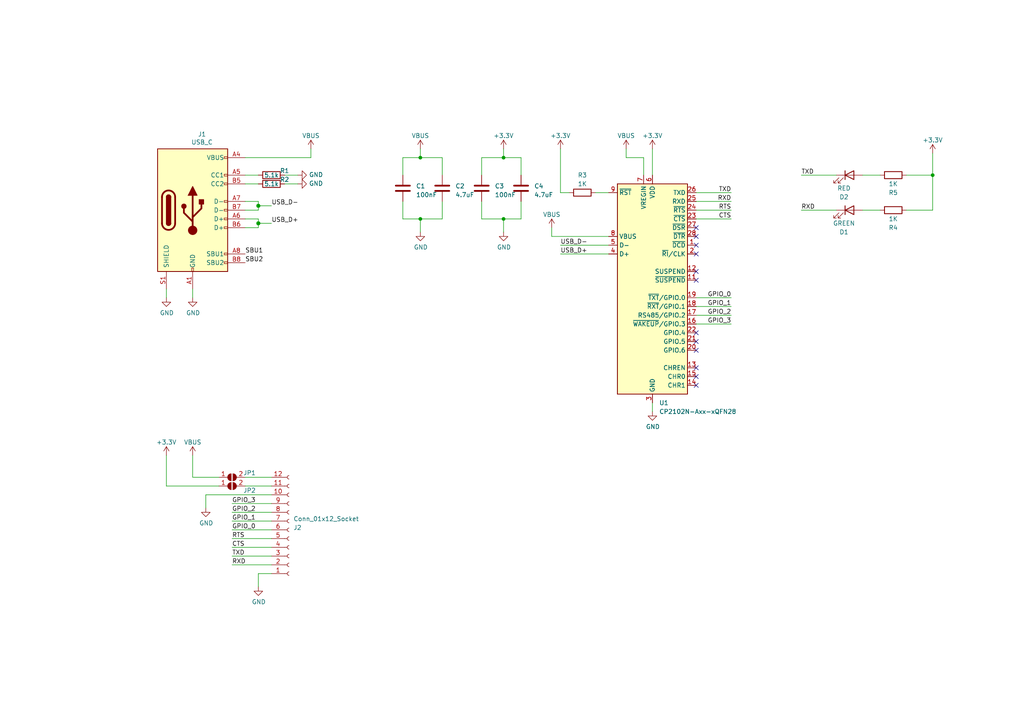
<source format=kicad_sch>
(kicad_sch (version 20230121) (generator eeschema)
  (paper "A4")
  (title_block (title "USB-C to UART-TTL adapter") (date "2023-03-05") (rev "1.0") (company "HXR.DK") (comment 1 "CC-BY-SA"))
  (lib_symbols
    (symbol "Connector:Conn_01x12_Socket" (pin_names (offset 1.016) hide)
      (property "Reference" "J" (at 0 15.24 0))
      (property "Value" "Conn_01x12_Socket" (at 0 -17.78 0))
      (symbol "Conn_01x12_Socket_1_1"
        (arc (start 0 -14.732) (mid -0.5058 -15.24) (end 0 -15.748) (stroke (width 0.1524)))
        (arc (start 0 -12.192) (mid -0.5058 -12.7) (end 0 -13.208) (stroke (width 0.1524)))
        (arc (start 0 -9.652) (mid -0.5058 -10.16) (end 0 -10.668) (stroke (width 0.1524)))
        (arc (start 0 -7.112) (mid -0.5058 -7.62) (end 0 -8.128) (stroke (width 0.1524)))
        (arc (start 0 -4.572) (mid -0.5058 -5.08) (end 0 -5.588) (stroke (width 0.1524)))
        (arc (start 0 -2.032) (mid -0.5058 -2.54) (end 0 -3.048) (stroke (width 0.1524)))
        (polyline (pts (xy -1.27 -15.24) (xy -0.508 -15.24)) (stroke (width 0.1524)))
        (polyline (pts (xy -1.27 -12.7) (xy -0.508 -12.7)) (stroke (width 0.1524)))
        (polyline (pts (xy -1.27 -10.16) (xy -0.508 -10.16)) (stroke (width 0.1524)))
        (polyline (pts (xy -1.27 -7.62) (xy -0.508 -7.62)) (stroke (width 0.1524)))
        (polyline (pts (xy -1.27 -5.08) (xy -0.508 -5.08)) (stroke (width 0.1524)))
        (polyline (pts (xy -1.27 -2.54) (xy -0.508 -2.54)) (stroke (width 0.1524)))
        (polyline (pts (xy -1.27 0) (xy -0.508 0)) (stroke (width 0.1524)))
        (polyline (pts (xy -1.27 2.54) (xy -0.508 2.54)) (stroke (width 0.1524)))
        (polyline (pts (xy -1.27 5.08) (xy -0.508 5.08)) (stroke (width 0.1524)))
        (polyline (pts (xy -1.27 7.62) (xy -0.508 7.62)) (stroke (width 0.1524)))
        (polyline (pts (xy -1.27 10.16) (xy -0.508 10.16)) (stroke (width 0.1524)))
        (polyline (pts (xy -1.27 12.7) (xy -0.508 12.7)) (stroke (width 0.1524)))
        (arc (start 0 0.508) (mid -0.5058 0) (end 0 -0.508) (stroke (width 0.1524)))
        (arc (start 0 3.048) (mid -0.5058 2.54) (end 0 2.032) (stroke (width 0.1524)))
        (arc (start 0 5.588) (mid -0.5058 5.08) (end 0 4.572) (stroke (width 0.1524)))
        (arc (start 0 8.128) (mid -0.5058 7.62) (end 0 7.112) (stroke (width 0.1524)))
        (arc (start 0 10.668) (mid -0.5058 10.16) (end 0 9.652) (stroke (width 0.1524)))
        (arc (start 0 13.208) (mid -0.5058 12.7) (end 0 12.192) (stroke (width 0.1524)))
        (pin passive line (at -5.08 12.7 0) (length 3.81) (name "Pin_1") (number "1"))
        (pin passive line (at -5.08 -10.16 0) (length 3.81) (name "Pin_10") (number "10"))
        (pin passive line (at -5.08 -12.7 0) (length 3.81) (name "Pin_11") (number "11"))
        (pin passive line (at -5.08 -15.24 0) (length 3.81) (name "Pin_12") (number "12"))
        (pin passive line (at -5.08 10.16 0) (length 3.81) (name "Pin_2") (number "2"))
        (pin passive line (at -5.08 7.62 0) (length 3.81) (name "Pin_3") (number "3"))
        (pin passive line (at -5.08 5.08 0) (length 3.81) (name "Pin_4") (number "4"))
        (pin passive line (at -5.08 2.54 0) (length 3.81) (name "Pin_5") (number "5"))
        (pin passive line (at -5.08 0 0) (length 3.81) (name "Pin_6") (number "6"))
        (pin passive line (at -5.08 -2.54 0) (length 3.81) (name "Pin_7") (number "7"))
        (pin passive line (at -5.08 -5.08 0) (length 3.81) (name "Pin_8") (number "8"))
        (pin passive line (at -5.08 -7.62 0) (length 3.81) (name "Pin_9") (number "9"))
      )
    )
    (symbol "Device:C" (pin_numbers hide) (pin_names (offset 0.254))
      (property "Reference" "C" (at 0.635 2.54 0))
      (property "Value" "C" (at 0.635 -2.54 0))
      (symbol "C_0_1"
        (polyline (pts (xy -2.032 -0.762) (xy 2.032 -0.762)) (stroke (width 0.508)))
        (polyline (pts (xy -2.032 0.762) (xy 2.032 0.762)) (stroke (width 0.508)))
      )
      (symbol "C_1_1"
        (pin passive line (at 0 3.81 270) (length 2.794) (name "~") (number "1"))
        (pin passive line (at 0 -3.81 90) (length 2.794) (name "~") (number "2"))
      )
    )
    (symbol "Device:LED" (pin_numbers hide) (pin_names (offset 1.016) hide)
      (property "Reference" "D" (at 0 2.54 0))
      (property "Value" "LED" (at 0 -2.54 0))
      (symbol "LED_0_1"
        (polyline (pts (xy -1.27 -1.27) (xy -1.27 1.27)) (stroke (width 0.254)))
        (polyline (pts (xy -1.27 0) (xy 1.27 0)))
        (polyline (pts (xy 1.27 -1.27) (xy 1.27 1.27) (xy -1.27 0) (xy 1.27 -1.27)) (stroke (width 0.254)))
        (polyline (pts (xy -3.048 -0.762) (xy -4.572 -2.286) (xy -3.81 -2.286) (xy -4.572 -2.286) (xy -4.572 -1.524)))
        (polyline (pts (xy -1.778 -0.762) (xy -3.302 -2.286) (xy -2.54 -2.286) (xy -3.302 -2.286) (xy -3.302 -1.524)))
      )
      (symbol "LED_1_1"
        (pin passive line (at -3.81 0 0) (length 2.54) (name "K") (number "1"))
        (pin passive line (at 3.81 0 180) (length 2.54) (name "A") (number "2"))
      )
    )
    (symbol "Device:R" (pin_numbers hide) (pin_names (offset 0))
      (property "Reference" "R" (at 2.032 0 90))
      (property "Value" "R" (at 0 0 90))
      (symbol "R_0_1"
        (rectangle (start -1.016 -2.54) (end 1.016 2.54) (stroke (width 0.254)))
      )
      (symbol "R_1_1"
        (pin passive line (at 0 3.81 270) (length 1.27) (name "~") (number "1"))
        (pin passive line (at 0 -3.81 90) (length 1.27) (name "~") (number "2"))
      )
    )
    (symbol "Interface_USB:CP2102N-Axx-xQFN28"
      (property "Reference" "U" (at -8.89 31.75 0))
      (property "Value" "CP2102N-Axx-xQFN28" (at 12.7 31.75 0))
      (symbol "CP2102N-Axx-xQFN28_0_1"
        (rectangle (start -10.16 30.48) (end 10.16 -30.48) (stroke (width 0.254)) (fill (type background)))
      )
      (symbol "CP2102N-Axx-xQFN28_1_1"
        (pin input line (at 12.7 12.7 180) (length 2.54) (name "~{DCD}") (number "1"))
        (pin no_connect line (at -10.16 -27.94 0) (length 2.54) hide (name "NC") (number "10"))
        (pin output line (at 12.7 2.54 180) (length 2.54) (name "~{SUSPEND}") (number "11"))
        (pin output line (at 12.7 5.08 180) (length 2.54) (name "SUSPEND") (number "12"))
        (pin output line (at 12.7 -22.86 180) (length 2.54) (name "CHREN") (number "13"))
        (pin output line (at 12.7 -27.94 180) (length 2.54) (name "CHR1") (number "14"))
        (pin output line (at 12.7 -25.4 180) (length 2.54) (name "CHR0") (number "15"))
        (pin bidirectional line (at 12.7 -10.16 180) (length 2.54) (name "~{WAKEUP}/GPIO.3") (number "16"))
        (pin bidirectional line (at 12.7 -7.62 180) (length 2.54) (name "RS485/GPIO.2") (number "17"))
        (pin bidirectional line (at 12.7 -5.08 180) (length 2.54) (name "~{RXT}/GPIO.1") (number "18"))
        (pin bidirectional line (at 12.7 -2.54 180) (length 2.54) (name "~{TXT}/GPIO.0") (number "19"))
        (pin bidirectional line (at 12.7 10.16 180) (length 2.54) (name "~{RI}/CLK") (number "2"))
        (pin bidirectional line (at 12.7 -17.78 180) (length 2.54) (name "GPIO.6") (number "20"))
        (pin bidirectional line (at 12.7 -15.24 180) (length 2.54) (name "GPIO.5") (number "21"))
        (pin bidirectional line (at 12.7 -12.7 180) (length 2.54) (name "GPIO.4") (number "22"))
        (pin input line (at 12.7 20.32 180) (length 2.54) (name "~{CTS}") (number "23"))
        (pin output line (at 12.7 22.86 180) (length 2.54) (name "~{RTS}") (number "24"))
        (pin input line (at 12.7 25.4 180) (length 2.54) (name "RXD") (number "25"))
        (pin output line (at 12.7 27.94 180) (length 2.54) (name "TXD") (number "26"))
        (pin input line (at 12.7 17.78 180) (length 2.54) (name "~{DSR}") (number "27"))
        (pin output line (at 12.7 15.24 180) (length 2.54) (name "~{DTR}") (number "28"))
        (pin passive line (at 0 -33.02 90) (length 2.54) hide (name "GND") (number "29"))
        (pin power_in line (at 0 -33.02 90) (length 2.54) (name "GND") (number "3"))
        (pin bidirectional line (at -12.7 10.16 0) (length 2.54) (name "D+") (number "4"))
        (pin bidirectional line (at -12.7 12.7 0) (length 2.54) (name "D-") (number "5"))
        (pin power_in line (at 0 33.02 270) (length 2.54) (name "VDD") (number "6"))
        (pin power_in line (at -2.54 33.02 270) (length 2.54) (name "VREGIN") (number "7"))
        (pin input line (at -12.7 15.24 0) (length 2.54) (name "VBUS") (number "8"))
        (pin input line (at -12.7 27.94 0) (length 2.54) (name "~{RST}") (number "9"))
      )
    )
    (symbol "Jumper:SolderJumper_2_Open" (pin_names (offset 0) hide)
      (property "Reference" "JP" (at 0 2.032 0))
      (property "Value" "SolderJumper_2_Open" (at 0 -2.54 0))
      (symbol "SolderJumper_2_Open_0_1"
        (arc (start -0.254 1.016) (mid -1.2656 0) (end -0.254 -1.016))
        (arc (start -0.254 1.016) (mid -1.2656 0) (end -0.254 -1.016) (fill (type outline)))
        (polyline (pts (xy -0.254 1.016) (xy -0.254 -1.016)))
        (polyline (pts (xy 0.254 1.016) (xy 0.254 -1.016)))
        (arc (start 0.254 -1.016) (mid 1.2656 0) (end 0.254 1.016))
        (arc (start 0.254 -1.016) (mid 1.2656 0) (end 0.254 1.016) (fill (type outline)))
      )
      (symbol "SolderJumper_2_Open_1_1"
        (pin passive line (at -3.81 0 0) (length 2.54) (name "A") (number "1"))
        (pin passive line (at 3.81 0 180) (length 2.54) (name "B") (number "2"))
      )
    )
    (symbol "charliedistance-rescue:R-device" (pin_numbers hide) (pin_names (offset 0))
      (property "Reference" "R" (at 2.032 0 90))
      (property "Value" "R-device" (at 0 0 90))
      (symbol "R-device_0_1"
        (rectangle (start -1.016 -2.54) (end 1.016 2.54) (stroke (width 0.254)))
      )
      (symbol "R-device_1_1"
        (pin passive line (at 0 3.81 270) (length 1.27) (name "~") (number "1"))
        (pin passive line (at 0 -3.81 90) (length 1.27) (name "~") (number "2"))
      )
    )
    (symbol "charliedistance-rescue:USB_C_Receptacle_USB2.0-Connector" (pin_names (offset 1.016))
      (property "Reference" "J" (at -10.16 19.05 0))
      (property "Value" "USB_C_Receptacle_USB2.0-Connector" (at 19.05 19.05 0))
      (symbol "USB_C_Receptacle_USB2.0-Connector_0_0"
        (rectangle (start -0.254 -17.78) (end 0.254 -16.764))
        (rectangle (start 10.16 -14.986) (end 9.144 -15.494))
        (rectangle (start 10.16 -12.446) (end 9.144 -12.954))
        (rectangle (start 10.16 -4.826) (end 9.144 -5.334))
        (rectangle (start 10.16 -2.286) (end 9.144 -2.794))
        (rectangle (start 10.16 0.254) (end 9.144 -0.254))
        (rectangle (start 10.16 2.794) (end 9.144 2.286))
        (rectangle (start 10.16 7.874) (end 9.144 7.366))
        (rectangle (start 10.16 10.414) (end 9.144 9.906))
        (rectangle (start 10.16 15.494) (end 9.144 14.986))
      )
      (symbol "USB_C_Receptacle_USB2.0-Connector_0_1"
        (rectangle (start -10.16 17.78) (end 10.16 -17.78) (stroke (width 0.254)) (fill (type background)))
        (arc (start -8.89 -3.81) (mid -6.985 -5.7067) (end -5.08 -3.81) (stroke (width 0.508)))
        (arc (start -7.62 -3.81) (mid -6.985 -4.4423) (end -6.35 -3.81) (stroke (width 0.254)))
        (arc (start -7.62 -3.81) (mid -6.985 -4.4423) (end -6.35 -3.81) (stroke (width 0.254)) (fill (type outline)))
        (rectangle (start -7.62 -3.81) (end -6.35 3.81) (stroke (width 0.254)) (fill (type outline)))
        (arc (start -6.35 3.81) (mid -6.985 4.4423) (end -7.62 3.81) (stroke (width 0.254)))
        (arc (start -6.35 3.81) (mid -6.985 4.4423) (end -7.62 3.81) (stroke (width 0.254)) (fill (type outline)))
        (arc (start -5.08 3.81) (mid -6.985 5.7067) (end -8.89 3.81) (stroke (width 0.508)))
        (circle (center -2.54 1.143) (radius 0.635) (stroke (width 0.254)) (fill (type outline)))
        (circle (center 0 -5.842) (radius 1.27) (fill (type outline)))
        (polyline (pts (xy -8.89 -3.81) (xy -8.89 3.81)) (stroke (width 0.508)))
        (polyline (pts (xy -5.08 3.81) (xy -5.08 -3.81)) (stroke (width 0.508)))
        (polyline (pts (xy 0 -5.842) (xy 0 4.318)) (stroke (width 0.508)))
        (polyline (pts (xy 0 -3.302) (xy -2.54 -0.762) (xy -2.54 0.508)) (stroke (width 0.508)))
        (polyline (pts (xy 0 -2.032) (xy 2.54 0.508) (xy 2.54 1.778)) (stroke (width 0.508)))
        (polyline (pts (xy -1.27 4.318) (xy 0 6.858) (xy 1.27 4.318) (xy -1.27 4.318)) (stroke (width 0.254)) (fill (type outline)))
        (rectangle (start 1.905 1.778) (end 3.175 3.048) (stroke (width 0.254)) (fill (type outline)))
      )
      (symbol "USB_C_Receptacle_USB2.0-Connector_1_1"
        (pin power_in line (at 0 -22.86 90) (length 5.08) (name "GND") (number "A1"))
        (pin passive line (at 0 -22.86 90) (length 5.08) hide (name "GND") (number "A12"))
        (pin power_in line (at 15.24 15.24 180) (length 5.08) (name "VBUS") (number "A4"))
        (pin bidirectional line (at 15.24 10.16 180) (length 5.08) (name "CC1") (number "A5"))
        (pin bidirectional line (at 15.24 -2.54 180) (length 5.08) (name "D+") (number "A6"))
        (pin bidirectional line (at 15.24 2.54 180) (length 5.08) (name "D-") (number "A7"))
        (pin bidirectional line (at 15.24 -12.7 180) (length 5.08) (name "SBU1") (number "A8"))
        (pin passive line (at 15.24 15.24 180) (length 5.08) hide (name "VBUS") (number "A9"))
        (pin passive line (at 0 -22.86 90) (length 5.08) hide (name "GND") (number "B1"))
        (pin passive line (at 0 -22.86 90) (length 5.08) hide (name "GND") (number "B12"))
        (pin passive line (at 15.24 15.24 180) (length 5.08) hide (name "VBUS") (number "B4"))
        (pin bidirectional line (at 15.24 7.62 180) (length 5.08) (name "CC2") (number "B5"))
        (pin bidirectional line (at 15.24 -5.08 180) (length 5.08) (name "D+") (number "B6"))
        (pin bidirectional line (at 15.24 0 180) (length 5.08) (name "D-") (number "B7"))
        (pin bidirectional line (at 15.24 -15.24 180) (length 5.08) (name "SBU2") (number "B8"))
        (pin passive line (at 15.24 15.24 180) (length 5.08) hide (name "VBUS") (number "B9"))
        (pin passive line (at -7.62 -22.86 90) (length 5.08) (name "SHIELD") (number "S1"))
      )
    )
    (symbol "power:+3.3V" (power) (pin_names (offset 0))
      (property "Value" "+3.3V" (at 0 3.556 0))
      (symbol "+3.3V_0_1"
        (polyline (pts (xy -0.762 1.27) (xy 0 2.54)))
        (polyline (pts (xy 0 0) (xy 0 2.54)))
        (polyline (pts (xy 0 2.54) (xy 0.762 1.27)))
      )
      (symbol "+3.3V_1_1"
        (pin power_in line (at 0 0 90) (length 0) hide (name "+3.3V") (number "1"))
      )
    )
    (symbol "power:GND" (power) (pin_names (offset 0))
      (property "Value" "GND" (at 0 -3.81 0))
      (symbol "GND_0_1"
        (polyline (pts (xy 0 0) (xy 0 -1.27) (xy 1.27 -1.27) (xy 0 -2.54) (xy -1.27 -1.27) (xy 0 -1.27)))
      )
      (symbol "GND_1_1"
        (pin power_in line (at 0 0 270) (length 0) hide (name "GND") (number "1"))
      )
    )
    (symbol "power:VBUS" (power) (pin_names (offset 0))
      (property "Value" "VBUS" (at 0 3.81 0))
      (symbol "VBUS_0_1"
        (polyline (pts (xy -0.762 1.27) (xy 0 2.54)))
        (polyline (pts (xy 0 0) (xy 0 2.54)))
        (polyline (pts (xy 0 2.54) (xy 0.762 1.27)))
      )
      (symbol "VBUS_1_1"
        (pin power_in line (at 0 0 90) (length 0) hide (name "VBUS") (number "1"))
      )
    )
  )
  (junction (at 74.93 64.77) (diameter 1.016))
  (junction (at 121.92 63.5))
  (junction (at 270.51 50.8))
  (junction (at 146.05 45.72))
  (junction (at 74.93 59.69) (diameter 1.016))
  (junction (at 121.92 45.72))
  (junction (at 146.05 63.5))
  (no_connect (at 201.93 111.76))
  (no_connect (at 201.93 109.22))
  (no_connect (at 201.93 78.74))
  (no_connect (at 201.93 101.6))
  (no_connect (at 201.93 106.68))
  (no_connect (at 201.93 71.12))
  (no_connect (at 201.93 81.28))
  (no_connect (at 201.93 68.58))
  (no_connect (at 201.93 96.52))
  (no_connect (at 201.93 99.06))
  (no_connect (at 201.93 66.04))
  (no_connect (at 201.93 73.66))
  (wire (pts (xy 189.23 116.84) (xy 189.23 119.38)))
  (wire (pts (xy 146.05 63.5) (xy 139.7 63.5)))
  (wire (pts (xy 139.7 63.5) (xy 139.7 58.42)))
  (wire (pts (xy 201.93 63.5) (xy 212.09 63.5)))
  (wire (pts (xy 255.27 60.96) (xy 250.19 60.96)))
  (wire (pts (xy 201.93 60.96) (xy 212.09 60.96)))
  (wire (pts (xy 151.13 45.72) (xy 151.13 50.8)))
  (wire (pts (xy 201.93 91.44) (xy 212.09 91.44)))
  (wire (pts (xy 48.26 83.82) (xy 48.26 86.36)))
  (wire (pts (xy 165.1 55.88) (xy 162.56 55.88)))
  (wire (pts (xy 90.17 45.72) (xy 90.17 43.18)))
  (wire (pts (xy 71.12 53.34) (xy 74.93 53.34)))
  (wire (pts (xy 201.93 55.88) (xy 212.09 55.88)))
  (wire (pts (xy 74.93 64.77) (xy 74.93 66.04)))
  (wire (pts (xy 121.92 63.5) (xy 121.92 67.31)))
  (wire (pts (xy 121.92 43.18) (xy 121.92 45.72)))
  (wire (pts (xy 63.5 138.43) (xy 55.88 138.43)))
  (wire (pts (xy 59.69 143.51) (xy 59.69 147.32)))
  (wire (pts (xy 139.7 45.72) (xy 146.05 45.72)))
  (wire (pts (xy 74.93 59.69) (xy 74.93 60.96)))
  (wire (pts (xy 71.12 140.97) (xy 78.74 140.97)))
  (wire (pts (xy 128.27 63.5) (xy 128.27 58.42)))
  (wire (pts (xy 160.02 66.04) (xy 160.02 68.58)))
  (wire (pts (xy 128.27 45.72) (xy 128.27 50.8)))
  (wire (pts (xy 71.12 63.5) (xy 74.93 63.5)))
  (wire (pts (xy 67.31 151.13) (xy 78.74 151.13)))
  (wire (pts (xy 181.61 43.18) (xy 181.61 45.72)))
  (wire (pts (xy 116.84 45.72) (xy 121.92 45.72)))
  (wire (pts (xy 63.5 140.97) (xy 48.26 140.97)))
  (wire (pts (xy 232.41 50.8) (xy 242.57 50.8)))
  (wire (pts (xy 160.02 68.58) (xy 176.53 68.58)))
  (wire (pts (xy 74.93 166.37) (xy 74.93 170.18)))
  (wire (pts (xy 55.88 132.08) (xy 55.88 138.43)))
  (wire (pts (xy 67.31 153.67) (xy 78.74 153.67)))
  (wire (pts (xy 48.26 132.08) (xy 48.26 140.97)))
  (wire (pts (xy 116.84 58.42) (xy 116.84 63.5)))
  (wire (pts (xy 71.12 58.42) (xy 74.93 58.42)))
  (wire (pts (xy 67.31 161.29) (xy 78.74 161.29)))
  (wire (pts (xy 74.93 58.42) (xy 74.93 59.69)))
  (wire (pts (xy 67.31 163.83) (xy 78.74 163.83)))
  (wire (pts (xy 189.23 43.18) (xy 189.23 50.8)))
  (wire (pts (xy 201.93 58.42) (xy 212.09 58.42)))
  (wire (pts (xy 86.36 53.34) (xy 82.55 53.34)))
  (wire (pts (xy 186.69 45.72) (xy 181.61 45.72)))
  (wire (pts (xy 74.93 66.04) (xy 71.12 66.04)))
  (wire (pts (xy 71.12 45.72) (xy 90.17 45.72)))
  (wire (pts (xy 232.41 60.96) (xy 242.57 60.96)))
  (wire (pts (xy 162.56 43.18) (xy 162.56 55.88)))
  (wire (pts (xy 67.31 148.59) (xy 78.74 148.59)))
  (wire (pts (xy 116.84 50.8) (xy 116.84 45.72)))
  (wire (pts (xy 151.13 58.42) (xy 151.13 63.5)))
  (wire (pts (xy 116.84 63.5) (xy 121.92 63.5)))
  (wire (pts (xy 74.93 60.96) (xy 71.12 60.96)))
  (wire (pts (xy 71.12 50.8) (xy 74.93 50.8)))
  (wire (pts (xy 121.92 45.72) (xy 128.27 45.72)))
  (wire (pts (xy 270.51 50.8) (xy 270.51 60.96)))
  (wire (pts (xy 201.93 93.98) (xy 212.09 93.98)))
  (wire (pts (xy 270.51 44.45) (xy 270.51 50.8)))
  (wire (pts (xy 186.69 50.8) (xy 186.69 45.72)))
  (wire (pts (xy 121.92 63.5) (xy 128.27 63.5)))
  (wire (pts (xy 201.93 88.9) (xy 212.09 88.9)))
  (wire (pts (xy 78.74 143.51) (xy 59.69 143.51)))
  (wire (pts (xy 146.05 43.18) (xy 146.05 45.72)))
  (wire (pts (xy 262.89 50.8) (xy 270.51 50.8)))
  (wire (pts (xy 67.31 156.21) (xy 78.74 156.21)))
  (wire (pts (xy 146.05 63.5) (xy 146.05 67.31)))
  (wire (pts (xy 139.7 50.8) (xy 139.7 45.72)))
  (wire (pts (xy 74.93 64.77) (xy 78.74 64.77)))
  (wire (pts (xy 146.05 45.72) (xy 151.13 45.72)))
  (wire (pts (xy 270.51 60.96) (xy 262.89 60.96)))
  (wire (pts (xy 55.88 83.82) (xy 55.88 86.36)))
  (wire (pts (xy 78.74 166.37) (xy 74.93 166.37)))
  (wire (pts (xy 255.27 50.8) (xy 250.19 50.8)))
  (wire (pts (xy 201.93 86.36) (xy 212.09 86.36)))
  (wire (pts (xy 67.31 158.75) (xy 78.74 158.75)))
  (wire (pts (xy 82.55 50.8) (xy 86.36 50.8)))
  (wire (pts (xy 67.31 146.05) (xy 78.74 146.05)))
  (wire (pts (xy 162.56 71.12) (xy 176.53 71.12)))
  (wire (pts (xy 71.12 138.43) (xy 78.74 138.43)))
  (wire (pts (xy 162.56 73.66) (xy 176.53 73.66)))
  (wire (pts (xy 151.13 63.5) (xy 146.05 63.5)))
  (wire (pts (xy 74.93 59.69) (xy 78.74 59.69)))
  (wire (pts (xy 74.93 63.5) (xy 74.93 64.77)))
  (wire (pts (xy 172.72 55.88) (xy 176.53 55.88)))
  (label "CTS" (at 67.31 158.75 0))
  (label "SBU2" (at 71.12 76.2 0))
  (label "RTS" (at 212.09 60.96 180))
  (label "CTS" (at 212.09 63.5 180))
  (label "USB_D-" (at 162.56 71.12 0))
  (label "TXD" (at 67.31 161.29 0))
  (label "GPIO_2" (at 67.31 148.59 0))
  (label "RXD" (at 67.31 163.83 0))
  (label "GPIO_0" (at 212.09 86.36 180))
  (label "USB_D-" (at 78.74 59.69 0))
  (label "USB_D+" (at 78.74 64.77 0))
  (label "TXD" (at 212.09 55.88 180))
  (label "GPIO_3" (at 67.31 146.05 0))
  (label "USB_D+" (at 162.56 73.66 0))
  (label "GPIO_0" (at 67.31 153.67 0))
  (label "GPIO_1" (at 67.31 151.13 0))
  (label "GPIO_1" (at 212.09 88.9 180))
  (label "SBU1" (at 71.12 73.66 0))
  (label "RTS" (at 67.31 156.21 0))
  (label "GPIO_2" (at 212.09 91.44 180))
  (label "TXD" (at 232.41 50.8 0))
  (label "GPIO_3" (at 212.09 93.98 180))
  (label "RXD" (at 232.41 60.96 0))
  (label "RXD" (at 212.09 58.42 180))
  (symbol (lib_id "power:+3.3V") (at 189.23 43.18 0) (unit 1)
    (property "Reference" "#PWR06" (effects hide))
    (property "Value" "+3.3V" (at 189.23 39.37 0))
  )
  (symbol (lib_id "Device:R") (at 259.08 60.96 270) (unit 1)
    (property "Reference" "R4" (at 259.08 66.04 90))
    (property "Value" "1K" (at 259.08 63.5 90))
    (property "Footprint" "Resistor_SMD:R_0603_1608Metric" (effects hide))
  )
  (symbol (lib_id "power:VBUS") (at 55.88 132.08 0) (unit 1)
    (property "Reference" "#PWR018" (effects hide))
    (property "Value" "VBUS" (at 55.88 128.27 0))
  )
  (symbol (lib_id "power:VBUS") (at 181.61 43.18 0) (unit 1)
    (property "Reference" "#PWR014" (effects hide))
    (property "Value" "VBUS" (at 181.61 39.37 0))
  )
  (symbol (lib_id "power:GND") (at 86.36 50.8 90) (unit 1)
    (property "Reference" "#PWR03" (effects hide))
    (property "Value" "GND" (at 89.6112 50.673 90) (effects (justify right)))
  )
  (symbol (lib_id "power:+3.3V") (at 162.56 43.18 0) (unit 1)
    (property "Reference" "#PWR013" (effects hide))
    (property "Value" "+3.3V" (at 162.56 39.37 0))
  )
  (symbol (lib_id "Interface_USB:CP2102N-Axx-xQFN28") (at 189.23 83.82 0) (unit 1)
    (property "Reference" "U1" (at 191.1859 116.84 0) (effects (justify left)))
    (property "Value" "CP2102N-Axx-xQFN28" (at 191.1859 119.38 0) (effects (justify left)))
    (property "Footprint" "Package_DFN_QFN:QFN-28-1EP_5x5mm_P0.5mm_EP3.35x3.35mm" (effects hide))
    (property "Datasheet" "https://www.silabs.com/documents/public/data-sheets/cp2102n-datasheet.pdf" (effects hide))
  )
  (symbol (lib_id "power:GND") (at 86.36 53.34 90) (unit 1)
    (property "Reference" "#PWR04" (effects hide))
    (property "Value" "GND" (at 89.6112 53.213 90) (effects (justify right)))
  )
  (symbol (lib_id "Device:R") (at 259.08 50.8 270) (unit 1)
    (property "Reference" "R5" (at 259.08 55.88 90))
    (property "Value" "1K" (at 259.08 53.34 90))
    (property "Footprint" "Resistor_SMD:R_0603_1608Metric" (effects hide))
  )
  (symbol (lib_id "power:+3.3V") (at 48.26 132.08 0) (unit 1)
    (property "Reference" "#PWR019" (effects hide))
    (property "Value" "+3.3V" (at 48.26 128.27 0))
  )
  (symbol (lib_id "Device:R") (at 168.91 55.88 90) (unit 1)
    (property "Reference" "R3" (at 168.91 50.8 90))
    (property "Value" "1K" (at 168.91 53.34 90))
    (property "Footprint" "Resistor_SMD:R_0603_1608Metric" (effects hide))
  )
  (symbol (lib_id "Device:LED") (at 246.38 60.96 0) (unit 1)
    (property "Reference" "D1" (at 244.7925 67.31 0))
    (property "Value" "GREEN" (at 244.7925 64.77 0))
    (property "Footprint" "LED_SMD:LED_0603_1608Metric" (effects hide))
  )
  (symbol (lib_id "power:+3.3V") (at 270.51 44.45 0) (unit 1)
    (property "Reference" "#PWR015" (effects hide))
    (property "Value" "+3.3V" (at 270.51 40.64 0))
  )
  (symbol (lib_id "power:GND") (at 74.93 170.18 0) (unit 1)
    (property "Reference" "#PWR016" (effects hide))
    (property "Value" "GND" (at 75.057 174.5742 0))
  )
  (symbol (lib_id "power:VBUS") (at 90.17 43.18 0) (unit 1)
    (property "Reference" "#PWR010" (effects hide))
    (property "Value" "VBUS" (at 90.17 39.37 0))
  )
  (symbol (lib_id "power:GND") (at 189.23 119.38 0) (unit 1)
    (property "Reference" "#PWR05" (effects hide))
    (property "Value" "GND" (at 189.357 123.7742 0))
  )
  (symbol (lib_id "power:+3.3V") (at 146.05 43.18 0) (unit 1)
    (property "Reference" "#PWR012" (effects hide))
    (property "Value" "+3.3V" (at 146.05 39.37 0))
  )
  (symbol (lib_id "power:GND") (at 121.92 67.31 0) (unit 1)
    (property "Reference" "#PWR07" (effects hide))
    (property "Value" "GND" (at 122.047 71.7042 0))
  )
  (symbol (lib_id "power:VBUS") (at 160.02 66.04 0) (unit 1)
    (property "Reference" "#PWR011" (effects hide))
    (property "Value" "VBUS" (at 160.02 62.23 0))
  )
  (symbol (lib_id "Device:C") (at 151.13 54.61 0) (unit 1)
    (property "Reference" "C4" (at 154.94 53.975 0) (effects (justify left)))
    (property "Value" "4.7uF" (at 154.94 56.515 0) (effects (justify left)))
    (property "Footprint" "Capacitor_SMD:C_0603_1608Metric" (effects hide))
  )
  (symbol (lib_id "Jumper:SolderJumper_2_Open") (at 67.31 138.43 0) (unit 1)
    (property "Reference" "JP1" (at 72.39 137.16 0))
    (property "Value" "SolderJumper_2_Open" (effects hide))
    (property "Footprint" "Jumper:SolderJumper-2_P1.3mm_Open_TrianglePad1.0x1.5mm" (effects hide))
  )
  (symbol (lib_id "charliedistance-rescue:R-device") (at 78.74 50.8 270) (unit 1)
    (property "Reference" "R1" (at 82.55 49.53 90))
    (property "Value" "5.1k" (at 78.74 50.8 90))
    (property "Footprint" "Resistor_SMD:R_0603_1608Metric" (effects hide))
  )
  (symbol (lib_id "power:VBUS") (at 121.92 43.18 0) (unit 1)
    (property "Reference" "#PWR09" (effects hide))
    (property "Value" "VBUS" (at 121.92 39.37 0))
  )
  (symbol (lib_id "power:GND") (at 48.26 86.36 0) (unit 1)
    (property "Reference" "#PWR01" (effects hide))
    (property "Value" "GND" (at 48.387 90.7542 0))
  )
  (symbol (lib_id "power:GND") (at 55.88 86.36 0) (unit 1)
    (property "Reference" "#PWR02" (effects hide))
    (property "Value" "GND" (at 56.007 90.7542 0))
  )
  (symbol (lib_id "Device:C") (at 128.27 54.61 0) (unit 1)
    (property "Reference" "C2" (at 132.08 53.975 0) (effects (justify left)))
    (property "Value" "4.7uF" (at 132.08 56.515 0) (effects (justify left)))
    (property "Footprint" "Capacitor_SMD:C_0603_1608Metric" (effects hide))
  )
  (symbol (lib_id "Connector:Conn_01x12_Socket") (at 83.82 153.67 0) (mirror x) (unit 1)
    (property "Reference" "J2" (at 85.09 153.035 0) (effects (justify left)))
    (property "Value" "Conn_01x12_Socket" (at 85.09 150.495 0) (effects (justify left)))
    (property "Footprint" "Connector_PinSocket_2.54mm:PinSocket_1x12_P2.54mm_Horizontal" (effects hide))
  )
  (symbol (lib_id "Device:C") (at 116.84 54.61 0) (unit 1)
    (property "Reference" "C1" (at 120.65 53.975 0) (effects (justify left)))
    (property "Value" "100nF" (at 120.65 56.515 0) (effects (justify left)))
    (property "Footprint" "Capacitor_SMD:C_0603_1608Metric" (effects hide))
  )
  (symbol (lib_id "charliedistance-rescue:USB_C_Receptacle_USB2.0-Connector") (at 55.88 60.96 0) (unit 1)
    (property "Reference" "J1" (at 58.5978 38.9382 0))
    (property "Value" "USB_C" (at 58.5978 41.2496 0))
    (property "Footprint" "Connector_USB:USB_C_Receptacle_XKB_U262-16XN-4BVC11" (effects hide))
    (property "Datasheet" "https://www.usb.org/sites/default/files/documents/usb_type-c.zip" (effects hide))
  )
  (symbol (lib_id "charliedistance-rescue:R-device") (at 78.74 53.34 270) (unit 1)
    (property "Reference" "R2" (at 82.55 52.07 90))
    (property "Value" "5.1k" (at 78.74 53.34 90))
    (property "Footprint" "Resistor_SMD:R_0603_1608Metric" (effects hide))
  )
  (symbol (lib_id "Device:C") (at 139.7 54.61 0) (unit 1)
    (property "Reference" "C3" (at 143.51 53.975 0) (effects (justify left)))
    (property "Value" "100nF" (at 143.51 56.515 0) (effects (justify left)))
    (property "Footprint" "Capacitor_SMD:C_0603_1608Metric" (effects hide))
  )
  (symbol (lib_id "power:GND") (at 146.05 67.31 0) (unit 1)
    (property "Reference" "#PWR08" (effects hide))
    (property "Value" "GND" (at 146.177 71.7042 0))
  )
  (symbol (lib_id "Jumper:SolderJumper_2_Open") (at 67.31 140.97 0) (unit 1)
    (property "Reference" "JP2" (at 72.39 142.24 0))
    (property "Value" "SolderJumper_2_Open" (effects hide))
    (property "Footprint" "Jumper:SolderJumper-2_P1.3mm_Open_TrianglePad1.0x1.5mm" (effects hide))
  )
  (symbol (lib_id "power:GND") (at 59.69 147.32 0) (unit 1)
    (property "Reference" "#PWR017" (effects hide))
    (property "Value" "GND" (at 59.817 151.7142 0))
  )
  (symbol (lib_id "Device:LED") (at 246.38 50.8 0) (unit 1)
    (property "Reference" "D2" (at 244.7925 57.15 0))
    (property "Value" "RED" (at 244.7925 54.61 0))
    (property "Footprint" "LED_SMD:LED_0603_1608Metric" (effects hide))
  )
)
</source>
